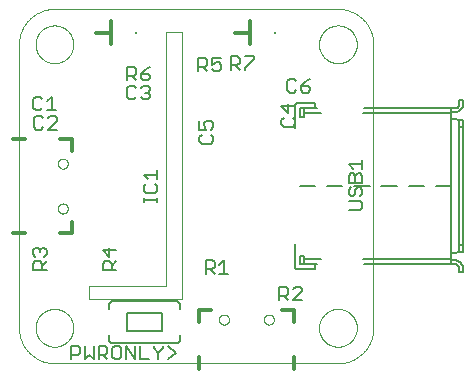
<source format=gto>
G75*
%MOIN*%
%OFA0B0*%
%FSLAX25Y25*%
%IPPOS*%
%LPD*%
%AMOC8*
5,1,8,0,0,1.08239X$1,22.5*
%
%ADD10C,0.00000*%
%ADD11C,0.00600*%
%ADD12C,0.00500*%
%ADD13R,0.00787X0.00787*%
%ADD14C,0.01200*%
%ADD15C,0.00800*%
D10*
X0054181Y0045967D02*
X0054181Y0140455D01*
X0059693Y0140455D02*
X0059695Y0140613D01*
X0059701Y0140771D01*
X0059711Y0140929D01*
X0059725Y0141087D01*
X0059743Y0141244D01*
X0059764Y0141401D01*
X0059790Y0141557D01*
X0059820Y0141713D01*
X0059853Y0141868D01*
X0059891Y0142021D01*
X0059932Y0142174D01*
X0059977Y0142326D01*
X0060026Y0142477D01*
X0060079Y0142626D01*
X0060135Y0142774D01*
X0060195Y0142920D01*
X0060259Y0143065D01*
X0060327Y0143208D01*
X0060398Y0143350D01*
X0060472Y0143490D01*
X0060550Y0143627D01*
X0060632Y0143763D01*
X0060716Y0143897D01*
X0060805Y0144028D01*
X0060896Y0144157D01*
X0060991Y0144284D01*
X0061088Y0144409D01*
X0061189Y0144531D01*
X0061293Y0144650D01*
X0061400Y0144767D01*
X0061510Y0144881D01*
X0061623Y0144992D01*
X0061738Y0145101D01*
X0061856Y0145206D01*
X0061977Y0145308D01*
X0062100Y0145408D01*
X0062226Y0145504D01*
X0062354Y0145597D01*
X0062484Y0145687D01*
X0062617Y0145773D01*
X0062752Y0145857D01*
X0062888Y0145936D01*
X0063027Y0146013D01*
X0063168Y0146085D01*
X0063310Y0146155D01*
X0063454Y0146220D01*
X0063600Y0146282D01*
X0063747Y0146340D01*
X0063896Y0146395D01*
X0064046Y0146446D01*
X0064197Y0146493D01*
X0064349Y0146536D01*
X0064502Y0146575D01*
X0064657Y0146611D01*
X0064812Y0146642D01*
X0064968Y0146670D01*
X0065124Y0146694D01*
X0065281Y0146714D01*
X0065439Y0146730D01*
X0065596Y0146742D01*
X0065755Y0146750D01*
X0065913Y0146754D01*
X0066071Y0146754D01*
X0066229Y0146750D01*
X0066388Y0146742D01*
X0066545Y0146730D01*
X0066703Y0146714D01*
X0066860Y0146694D01*
X0067016Y0146670D01*
X0067172Y0146642D01*
X0067327Y0146611D01*
X0067482Y0146575D01*
X0067635Y0146536D01*
X0067787Y0146493D01*
X0067938Y0146446D01*
X0068088Y0146395D01*
X0068237Y0146340D01*
X0068384Y0146282D01*
X0068530Y0146220D01*
X0068674Y0146155D01*
X0068816Y0146085D01*
X0068957Y0146013D01*
X0069096Y0145936D01*
X0069232Y0145857D01*
X0069367Y0145773D01*
X0069500Y0145687D01*
X0069630Y0145597D01*
X0069758Y0145504D01*
X0069884Y0145408D01*
X0070007Y0145308D01*
X0070128Y0145206D01*
X0070246Y0145101D01*
X0070361Y0144992D01*
X0070474Y0144881D01*
X0070584Y0144767D01*
X0070691Y0144650D01*
X0070795Y0144531D01*
X0070896Y0144409D01*
X0070993Y0144284D01*
X0071088Y0144157D01*
X0071179Y0144028D01*
X0071268Y0143897D01*
X0071352Y0143763D01*
X0071434Y0143627D01*
X0071512Y0143490D01*
X0071586Y0143350D01*
X0071657Y0143208D01*
X0071725Y0143065D01*
X0071789Y0142920D01*
X0071849Y0142774D01*
X0071905Y0142626D01*
X0071958Y0142477D01*
X0072007Y0142326D01*
X0072052Y0142174D01*
X0072093Y0142021D01*
X0072131Y0141868D01*
X0072164Y0141713D01*
X0072194Y0141557D01*
X0072220Y0141401D01*
X0072241Y0141244D01*
X0072259Y0141087D01*
X0072273Y0140929D01*
X0072283Y0140771D01*
X0072289Y0140613D01*
X0072291Y0140455D01*
X0072289Y0140297D01*
X0072283Y0140139D01*
X0072273Y0139981D01*
X0072259Y0139823D01*
X0072241Y0139666D01*
X0072220Y0139509D01*
X0072194Y0139353D01*
X0072164Y0139197D01*
X0072131Y0139042D01*
X0072093Y0138889D01*
X0072052Y0138736D01*
X0072007Y0138584D01*
X0071958Y0138433D01*
X0071905Y0138284D01*
X0071849Y0138136D01*
X0071789Y0137990D01*
X0071725Y0137845D01*
X0071657Y0137702D01*
X0071586Y0137560D01*
X0071512Y0137420D01*
X0071434Y0137283D01*
X0071352Y0137147D01*
X0071268Y0137013D01*
X0071179Y0136882D01*
X0071088Y0136753D01*
X0070993Y0136626D01*
X0070896Y0136501D01*
X0070795Y0136379D01*
X0070691Y0136260D01*
X0070584Y0136143D01*
X0070474Y0136029D01*
X0070361Y0135918D01*
X0070246Y0135809D01*
X0070128Y0135704D01*
X0070007Y0135602D01*
X0069884Y0135502D01*
X0069758Y0135406D01*
X0069630Y0135313D01*
X0069500Y0135223D01*
X0069367Y0135137D01*
X0069232Y0135053D01*
X0069096Y0134974D01*
X0068957Y0134897D01*
X0068816Y0134825D01*
X0068674Y0134755D01*
X0068530Y0134690D01*
X0068384Y0134628D01*
X0068237Y0134570D01*
X0068088Y0134515D01*
X0067938Y0134464D01*
X0067787Y0134417D01*
X0067635Y0134374D01*
X0067482Y0134335D01*
X0067327Y0134299D01*
X0067172Y0134268D01*
X0067016Y0134240D01*
X0066860Y0134216D01*
X0066703Y0134196D01*
X0066545Y0134180D01*
X0066388Y0134168D01*
X0066229Y0134160D01*
X0066071Y0134156D01*
X0065913Y0134156D01*
X0065755Y0134160D01*
X0065596Y0134168D01*
X0065439Y0134180D01*
X0065281Y0134196D01*
X0065124Y0134216D01*
X0064968Y0134240D01*
X0064812Y0134268D01*
X0064657Y0134299D01*
X0064502Y0134335D01*
X0064349Y0134374D01*
X0064197Y0134417D01*
X0064046Y0134464D01*
X0063896Y0134515D01*
X0063747Y0134570D01*
X0063600Y0134628D01*
X0063454Y0134690D01*
X0063310Y0134755D01*
X0063168Y0134825D01*
X0063027Y0134897D01*
X0062888Y0134974D01*
X0062752Y0135053D01*
X0062617Y0135137D01*
X0062484Y0135223D01*
X0062354Y0135313D01*
X0062226Y0135406D01*
X0062100Y0135502D01*
X0061977Y0135602D01*
X0061856Y0135704D01*
X0061738Y0135809D01*
X0061623Y0135918D01*
X0061510Y0136029D01*
X0061400Y0136143D01*
X0061293Y0136260D01*
X0061189Y0136379D01*
X0061088Y0136501D01*
X0060991Y0136626D01*
X0060896Y0136753D01*
X0060805Y0136882D01*
X0060716Y0137013D01*
X0060632Y0137147D01*
X0060550Y0137283D01*
X0060472Y0137420D01*
X0060398Y0137560D01*
X0060327Y0137702D01*
X0060259Y0137845D01*
X0060195Y0137990D01*
X0060135Y0138136D01*
X0060079Y0138284D01*
X0060026Y0138433D01*
X0059977Y0138584D01*
X0059932Y0138736D01*
X0059891Y0138889D01*
X0059853Y0139042D01*
X0059820Y0139197D01*
X0059790Y0139353D01*
X0059764Y0139509D01*
X0059743Y0139666D01*
X0059725Y0139823D01*
X0059711Y0139981D01*
X0059701Y0140139D01*
X0059695Y0140297D01*
X0059693Y0140455D01*
X0054181Y0140455D02*
X0054184Y0140740D01*
X0054195Y0141026D01*
X0054212Y0141311D01*
X0054236Y0141595D01*
X0054267Y0141879D01*
X0054305Y0142162D01*
X0054350Y0142443D01*
X0054401Y0142724D01*
X0054459Y0143004D01*
X0054524Y0143282D01*
X0054596Y0143558D01*
X0054674Y0143832D01*
X0054759Y0144105D01*
X0054851Y0144375D01*
X0054949Y0144643D01*
X0055053Y0144909D01*
X0055164Y0145172D01*
X0055281Y0145432D01*
X0055404Y0145690D01*
X0055534Y0145944D01*
X0055670Y0146195D01*
X0055811Y0146443D01*
X0055959Y0146687D01*
X0056112Y0146928D01*
X0056272Y0147164D01*
X0056437Y0147397D01*
X0056607Y0147626D01*
X0056783Y0147851D01*
X0056965Y0148071D01*
X0057151Y0148287D01*
X0057343Y0148498D01*
X0057540Y0148705D01*
X0057742Y0148907D01*
X0057949Y0149104D01*
X0058160Y0149296D01*
X0058376Y0149482D01*
X0058596Y0149664D01*
X0058821Y0149840D01*
X0059050Y0150010D01*
X0059283Y0150175D01*
X0059519Y0150335D01*
X0059760Y0150488D01*
X0060004Y0150636D01*
X0060252Y0150777D01*
X0060503Y0150913D01*
X0060757Y0151043D01*
X0061015Y0151166D01*
X0061275Y0151283D01*
X0061538Y0151394D01*
X0061804Y0151498D01*
X0062072Y0151596D01*
X0062342Y0151688D01*
X0062615Y0151773D01*
X0062889Y0151851D01*
X0063165Y0151923D01*
X0063443Y0151988D01*
X0063723Y0152046D01*
X0064004Y0152097D01*
X0064285Y0152142D01*
X0064568Y0152180D01*
X0064852Y0152211D01*
X0065136Y0152235D01*
X0065421Y0152252D01*
X0065707Y0152263D01*
X0065992Y0152266D01*
X0160480Y0152266D01*
X0154181Y0140455D02*
X0154183Y0140613D01*
X0154189Y0140771D01*
X0154199Y0140929D01*
X0154213Y0141087D01*
X0154231Y0141244D01*
X0154252Y0141401D01*
X0154278Y0141557D01*
X0154308Y0141713D01*
X0154341Y0141868D01*
X0154379Y0142021D01*
X0154420Y0142174D01*
X0154465Y0142326D01*
X0154514Y0142477D01*
X0154567Y0142626D01*
X0154623Y0142774D01*
X0154683Y0142920D01*
X0154747Y0143065D01*
X0154815Y0143208D01*
X0154886Y0143350D01*
X0154960Y0143490D01*
X0155038Y0143627D01*
X0155120Y0143763D01*
X0155204Y0143897D01*
X0155293Y0144028D01*
X0155384Y0144157D01*
X0155479Y0144284D01*
X0155576Y0144409D01*
X0155677Y0144531D01*
X0155781Y0144650D01*
X0155888Y0144767D01*
X0155998Y0144881D01*
X0156111Y0144992D01*
X0156226Y0145101D01*
X0156344Y0145206D01*
X0156465Y0145308D01*
X0156588Y0145408D01*
X0156714Y0145504D01*
X0156842Y0145597D01*
X0156972Y0145687D01*
X0157105Y0145773D01*
X0157240Y0145857D01*
X0157376Y0145936D01*
X0157515Y0146013D01*
X0157656Y0146085D01*
X0157798Y0146155D01*
X0157942Y0146220D01*
X0158088Y0146282D01*
X0158235Y0146340D01*
X0158384Y0146395D01*
X0158534Y0146446D01*
X0158685Y0146493D01*
X0158837Y0146536D01*
X0158990Y0146575D01*
X0159145Y0146611D01*
X0159300Y0146642D01*
X0159456Y0146670D01*
X0159612Y0146694D01*
X0159769Y0146714D01*
X0159927Y0146730D01*
X0160084Y0146742D01*
X0160243Y0146750D01*
X0160401Y0146754D01*
X0160559Y0146754D01*
X0160717Y0146750D01*
X0160876Y0146742D01*
X0161033Y0146730D01*
X0161191Y0146714D01*
X0161348Y0146694D01*
X0161504Y0146670D01*
X0161660Y0146642D01*
X0161815Y0146611D01*
X0161970Y0146575D01*
X0162123Y0146536D01*
X0162275Y0146493D01*
X0162426Y0146446D01*
X0162576Y0146395D01*
X0162725Y0146340D01*
X0162872Y0146282D01*
X0163018Y0146220D01*
X0163162Y0146155D01*
X0163304Y0146085D01*
X0163445Y0146013D01*
X0163584Y0145936D01*
X0163720Y0145857D01*
X0163855Y0145773D01*
X0163988Y0145687D01*
X0164118Y0145597D01*
X0164246Y0145504D01*
X0164372Y0145408D01*
X0164495Y0145308D01*
X0164616Y0145206D01*
X0164734Y0145101D01*
X0164849Y0144992D01*
X0164962Y0144881D01*
X0165072Y0144767D01*
X0165179Y0144650D01*
X0165283Y0144531D01*
X0165384Y0144409D01*
X0165481Y0144284D01*
X0165576Y0144157D01*
X0165667Y0144028D01*
X0165756Y0143897D01*
X0165840Y0143763D01*
X0165922Y0143627D01*
X0166000Y0143490D01*
X0166074Y0143350D01*
X0166145Y0143208D01*
X0166213Y0143065D01*
X0166277Y0142920D01*
X0166337Y0142774D01*
X0166393Y0142626D01*
X0166446Y0142477D01*
X0166495Y0142326D01*
X0166540Y0142174D01*
X0166581Y0142021D01*
X0166619Y0141868D01*
X0166652Y0141713D01*
X0166682Y0141557D01*
X0166708Y0141401D01*
X0166729Y0141244D01*
X0166747Y0141087D01*
X0166761Y0140929D01*
X0166771Y0140771D01*
X0166777Y0140613D01*
X0166779Y0140455D01*
X0166777Y0140297D01*
X0166771Y0140139D01*
X0166761Y0139981D01*
X0166747Y0139823D01*
X0166729Y0139666D01*
X0166708Y0139509D01*
X0166682Y0139353D01*
X0166652Y0139197D01*
X0166619Y0139042D01*
X0166581Y0138889D01*
X0166540Y0138736D01*
X0166495Y0138584D01*
X0166446Y0138433D01*
X0166393Y0138284D01*
X0166337Y0138136D01*
X0166277Y0137990D01*
X0166213Y0137845D01*
X0166145Y0137702D01*
X0166074Y0137560D01*
X0166000Y0137420D01*
X0165922Y0137283D01*
X0165840Y0137147D01*
X0165756Y0137013D01*
X0165667Y0136882D01*
X0165576Y0136753D01*
X0165481Y0136626D01*
X0165384Y0136501D01*
X0165283Y0136379D01*
X0165179Y0136260D01*
X0165072Y0136143D01*
X0164962Y0136029D01*
X0164849Y0135918D01*
X0164734Y0135809D01*
X0164616Y0135704D01*
X0164495Y0135602D01*
X0164372Y0135502D01*
X0164246Y0135406D01*
X0164118Y0135313D01*
X0163988Y0135223D01*
X0163855Y0135137D01*
X0163720Y0135053D01*
X0163584Y0134974D01*
X0163445Y0134897D01*
X0163304Y0134825D01*
X0163162Y0134755D01*
X0163018Y0134690D01*
X0162872Y0134628D01*
X0162725Y0134570D01*
X0162576Y0134515D01*
X0162426Y0134464D01*
X0162275Y0134417D01*
X0162123Y0134374D01*
X0161970Y0134335D01*
X0161815Y0134299D01*
X0161660Y0134268D01*
X0161504Y0134240D01*
X0161348Y0134216D01*
X0161191Y0134196D01*
X0161033Y0134180D01*
X0160876Y0134168D01*
X0160717Y0134160D01*
X0160559Y0134156D01*
X0160401Y0134156D01*
X0160243Y0134160D01*
X0160084Y0134168D01*
X0159927Y0134180D01*
X0159769Y0134196D01*
X0159612Y0134216D01*
X0159456Y0134240D01*
X0159300Y0134268D01*
X0159145Y0134299D01*
X0158990Y0134335D01*
X0158837Y0134374D01*
X0158685Y0134417D01*
X0158534Y0134464D01*
X0158384Y0134515D01*
X0158235Y0134570D01*
X0158088Y0134628D01*
X0157942Y0134690D01*
X0157798Y0134755D01*
X0157656Y0134825D01*
X0157515Y0134897D01*
X0157376Y0134974D01*
X0157240Y0135053D01*
X0157105Y0135137D01*
X0156972Y0135223D01*
X0156842Y0135313D01*
X0156714Y0135406D01*
X0156588Y0135502D01*
X0156465Y0135602D01*
X0156344Y0135704D01*
X0156226Y0135809D01*
X0156111Y0135918D01*
X0155998Y0136029D01*
X0155888Y0136143D01*
X0155781Y0136260D01*
X0155677Y0136379D01*
X0155576Y0136501D01*
X0155479Y0136626D01*
X0155384Y0136753D01*
X0155293Y0136882D01*
X0155204Y0137013D01*
X0155120Y0137147D01*
X0155038Y0137283D01*
X0154960Y0137420D01*
X0154886Y0137560D01*
X0154815Y0137702D01*
X0154747Y0137845D01*
X0154683Y0137990D01*
X0154623Y0138136D01*
X0154567Y0138284D01*
X0154514Y0138433D01*
X0154465Y0138584D01*
X0154420Y0138736D01*
X0154379Y0138889D01*
X0154341Y0139042D01*
X0154308Y0139197D01*
X0154278Y0139353D01*
X0154252Y0139509D01*
X0154231Y0139666D01*
X0154213Y0139823D01*
X0154199Y0139981D01*
X0154189Y0140139D01*
X0154183Y0140297D01*
X0154181Y0140455D01*
X0160480Y0152266D02*
X0160765Y0152263D01*
X0161051Y0152252D01*
X0161336Y0152235D01*
X0161620Y0152211D01*
X0161904Y0152180D01*
X0162187Y0152142D01*
X0162468Y0152097D01*
X0162749Y0152046D01*
X0163029Y0151988D01*
X0163307Y0151923D01*
X0163583Y0151851D01*
X0163857Y0151773D01*
X0164130Y0151688D01*
X0164400Y0151596D01*
X0164668Y0151498D01*
X0164934Y0151394D01*
X0165197Y0151283D01*
X0165457Y0151166D01*
X0165715Y0151043D01*
X0165969Y0150913D01*
X0166220Y0150777D01*
X0166468Y0150636D01*
X0166712Y0150488D01*
X0166953Y0150335D01*
X0167189Y0150175D01*
X0167422Y0150010D01*
X0167651Y0149840D01*
X0167876Y0149664D01*
X0168096Y0149482D01*
X0168312Y0149296D01*
X0168523Y0149104D01*
X0168730Y0148907D01*
X0168932Y0148705D01*
X0169129Y0148498D01*
X0169321Y0148287D01*
X0169507Y0148071D01*
X0169689Y0147851D01*
X0169865Y0147626D01*
X0170035Y0147397D01*
X0170200Y0147164D01*
X0170360Y0146928D01*
X0170513Y0146687D01*
X0170661Y0146443D01*
X0170802Y0146195D01*
X0170938Y0145944D01*
X0171068Y0145690D01*
X0171191Y0145432D01*
X0171308Y0145172D01*
X0171419Y0144909D01*
X0171523Y0144643D01*
X0171621Y0144375D01*
X0171713Y0144105D01*
X0171798Y0143832D01*
X0171876Y0143558D01*
X0171948Y0143282D01*
X0172013Y0143004D01*
X0172071Y0142724D01*
X0172122Y0142443D01*
X0172167Y0142162D01*
X0172205Y0141879D01*
X0172236Y0141595D01*
X0172260Y0141311D01*
X0172277Y0141026D01*
X0172288Y0140740D01*
X0172291Y0140455D01*
X0172291Y0045967D01*
X0154181Y0045967D02*
X0154183Y0046125D01*
X0154189Y0046283D01*
X0154199Y0046441D01*
X0154213Y0046599D01*
X0154231Y0046756D01*
X0154252Y0046913D01*
X0154278Y0047069D01*
X0154308Y0047225D01*
X0154341Y0047380D01*
X0154379Y0047533D01*
X0154420Y0047686D01*
X0154465Y0047838D01*
X0154514Y0047989D01*
X0154567Y0048138D01*
X0154623Y0048286D01*
X0154683Y0048432D01*
X0154747Y0048577D01*
X0154815Y0048720D01*
X0154886Y0048862D01*
X0154960Y0049002D01*
X0155038Y0049139D01*
X0155120Y0049275D01*
X0155204Y0049409D01*
X0155293Y0049540D01*
X0155384Y0049669D01*
X0155479Y0049796D01*
X0155576Y0049921D01*
X0155677Y0050043D01*
X0155781Y0050162D01*
X0155888Y0050279D01*
X0155998Y0050393D01*
X0156111Y0050504D01*
X0156226Y0050613D01*
X0156344Y0050718D01*
X0156465Y0050820D01*
X0156588Y0050920D01*
X0156714Y0051016D01*
X0156842Y0051109D01*
X0156972Y0051199D01*
X0157105Y0051285D01*
X0157240Y0051369D01*
X0157376Y0051448D01*
X0157515Y0051525D01*
X0157656Y0051597D01*
X0157798Y0051667D01*
X0157942Y0051732D01*
X0158088Y0051794D01*
X0158235Y0051852D01*
X0158384Y0051907D01*
X0158534Y0051958D01*
X0158685Y0052005D01*
X0158837Y0052048D01*
X0158990Y0052087D01*
X0159145Y0052123D01*
X0159300Y0052154D01*
X0159456Y0052182D01*
X0159612Y0052206D01*
X0159769Y0052226D01*
X0159927Y0052242D01*
X0160084Y0052254D01*
X0160243Y0052262D01*
X0160401Y0052266D01*
X0160559Y0052266D01*
X0160717Y0052262D01*
X0160876Y0052254D01*
X0161033Y0052242D01*
X0161191Y0052226D01*
X0161348Y0052206D01*
X0161504Y0052182D01*
X0161660Y0052154D01*
X0161815Y0052123D01*
X0161970Y0052087D01*
X0162123Y0052048D01*
X0162275Y0052005D01*
X0162426Y0051958D01*
X0162576Y0051907D01*
X0162725Y0051852D01*
X0162872Y0051794D01*
X0163018Y0051732D01*
X0163162Y0051667D01*
X0163304Y0051597D01*
X0163445Y0051525D01*
X0163584Y0051448D01*
X0163720Y0051369D01*
X0163855Y0051285D01*
X0163988Y0051199D01*
X0164118Y0051109D01*
X0164246Y0051016D01*
X0164372Y0050920D01*
X0164495Y0050820D01*
X0164616Y0050718D01*
X0164734Y0050613D01*
X0164849Y0050504D01*
X0164962Y0050393D01*
X0165072Y0050279D01*
X0165179Y0050162D01*
X0165283Y0050043D01*
X0165384Y0049921D01*
X0165481Y0049796D01*
X0165576Y0049669D01*
X0165667Y0049540D01*
X0165756Y0049409D01*
X0165840Y0049275D01*
X0165922Y0049139D01*
X0166000Y0049002D01*
X0166074Y0048862D01*
X0166145Y0048720D01*
X0166213Y0048577D01*
X0166277Y0048432D01*
X0166337Y0048286D01*
X0166393Y0048138D01*
X0166446Y0047989D01*
X0166495Y0047838D01*
X0166540Y0047686D01*
X0166581Y0047533D01*
X0166619Y0047380D01*
X0166652Y0047225D01*
X0166682Y0047069D01*
X0166708Y0046913D01*
X0166729Y0046756D01*
X0166747Y0046599D01*
X0166761Y0046441D01*
X0166771Y0046283D01*
X0166777Y0046125D01*
X0166779Y0045967D01*
X0166777Y0045809D01*
X0166771Y0045651D01*
X0166761Y0045493D01*
X0166747Y0045335D01*
X0166729Y0045178D01*
X0166708Y0045021D01*
X0166682Y0044865D01*
X0166652Y0044709D01*
X0166619Y0044554D01*
X0166581Y0044401D01*
X0166540Y0044248D01*
X0166495Y0044096D01*
X0166446Y0043945D01*
X0166393Y0043796D01*
X0166337Y0043648D01*
X0166277Y0043502D01*
X0166213Y0043357D01*
X0166145Y0043214D01*
X0166074Y0043072D01*
X0166000Y0042932D01*
X0165922Y0042795D01*
X0165840Y0042659D01*
X0165756Y0042525D01*
X0165667Y0042394D01*
X0165576Y0042265D01*
X0165481Y0042138D01*
X0165384Y0042013D01*
X0165283Y0041891D01*
X0165179Y0041772D01*
X0165072Y0041655D01*
X0164962Y0041541D01*
X0164849Y0041430D01*
X0164734Y0041321D01*
X0164616Y0041216D01*
X0164495Y0041114D01*
X0164372Y0041014D01*
X0164246Y0040918D01*
X0164118Y0040825D01*
X0163988Y0040735D01*
X0163855Y0040649D01*
X0163720Y0040565D01*
X0163584Y0040486D01*
X0163445Y0040409D01*
X0163304Y0040337D01*
X0163162Y0040267D01*
X0163018Y0040202D01*
X0162872Y0040140D01*
X0162725Y0040082D01*
X0162576Y0040027D01*
X0162426Y0039976D01*
X0162275Y0039929D01*
X0162123Y0039886D01*
X0161970Y0039847D01*
X0161815Y0039811D01*
X0161660Y0039780D01*
X0161504Y0039752D01*
X0161348Y0039728D01*
X0161191Y0039708D01*
X0161033Y0039692D01*
X0160876Y0039680D01*
X0160717Y0039672D01*
X0160559Y0039668D01*
X0160401Y0039668D01*
X0160243Y0039672D01*
X0160084Y0039680D01*
X0159927Y0039692D01*
X0159769Y0039708D01*
X0159612Y0039728D01*
X0159456Y0039752D01*
X0159300Y0039780D01*
X0159145Y0039811D01*
X0158990Y0039847D01*
X0158837Y0039886D01*
X0158685Y0039929D01*
X0158534Y0039976D01*
X0158384Y0040027D01*
X0158235Y0040082D01*
X0158088Y0040140D01*
X0157942Y0040202D01*
X0157798Y0040267D01*
X0157656Y0040337D01*
X0157515Y0040409D01*
X0157376Y0040486D01*
X0157240Y0040565D01*
X0157105Y0040649D01*
X0156972Y0040735D01*
X0156842Y0040825D01*
X0156714Y0040918D01*
X0156588Y0041014D01*
X0156465Y0041114D01*
X0156344Y0041216D01*
X0156226Y0041321D01*
X0156111Y0041430D01*
X0155998Y0041541D01*
X0155888Y0041655D01*
X0155781Y0041772D01*
X0155677Y0041891D01*
X0155576Y0042013D01*
X0155479Y0042138D01*
X0155384Y0042265D01*
X0155293Y0042394D01*
X0155204Y0042525D01*
X0155120Y0042659D01*
X0155038Y0042795D01*
X0154960Y0042932D01*
X0154886Y0043072D01*
X0154815Y0043214D01*
X0154747Y0043357D01*
X0154683Y0043502D01*
X0154623Y0043648D01*
X0154567Y0043796D01*
X0154514Y0043945D01*
X0154465Y0044096D01*
X0154420Y0044248D01*
X0154379Y0044401D01*
X0154341Y0044554D01*
X0154308Y0044709D01*
X0154278Y0044865D01*
X0154252Y0045021D01*
X0154231Y0045178D01*
X0154213Y0045335D01*
X0154199Y0045493D01*
X0154189Y0045651D01*
X0154183Y0045809D01*
X0154181Y0045967D01*
X0160480Y0034156D02*
X0160765Y0034159D01*
X0161051Y0034170D01*
X0161336Y0034187D01*
X0161620Y0034211D01*
X0161904Y0034242D01*
X0162187Y0034280D01*
X0162468Y0034325D01*
X0162749Y0034376D01*
X0163029Y0034434D01*
X0163307Y0034499D01*
X0163583Y0034571D01*
X0163857Y0034649D01*
X0164130Y0034734D01*
X0164400Y0034826D01*
X0164668Y0034924D01*
X0164934Y0035028D01*
X0165197Y0035139D01*
X0165457Y0035256D01*
X0165715Y0035379D01*
X0165969Y0035509D01*
X0166220Y0035645D01*
X0166468Y0035786D01*
X0166712Y0035934D01*
X0166953Y0036087D01*
X0167189Y0036247D01*
X0167422Y0036412D01*
X0167651Y0036582D01*
X0167876Y0036758D01*
X0168096Y0036940D01*
X0168312Y0037126D01*
X0168523Y0037318D01*
X0168730Y0037515D01*
X0168932Y0037717D01*
X0169129Y0037924D01*
X0169321Y0038135D01*
X0169507Y0038351D01*
X0169689Y0038571D01*
X0169865Y0038796D01*
X0170035Y0039025D01*
X0170200Y0039258D01*
X0170360Y0039494D01*
X0170513Y0039735D01*
X0170661Y0039979D01*
X0170802Y0040227D01*
X0170938Y0040478D01*
X0171068Y0040732D01*
X0171191Y0040990D01*
X0171308Y0041250D01*
X0171419Y0041513D01*
X0171523Y0041779D01*
X0171621Y0042047D01*
X0171713Y0042317D01*
X0171798Y0042590D01*
X0171876Y0042864D01*
X0171948Y0043140D01*
X0172013Y0043418D01*
X0172071Y0043698D01*
X0172122Y0043979D01*
X0172167Y0044260D01*
X0172205Y0044543D01*
X0172236Y0044827D01*
X0172260Y0045111D01*
X0172277Y0045396D01*
X0172288Y0045682D01*
X0172291Y0045967D01*
X0160480Y0034156D02*
X0065992Y0034156D01*
X0059693Y0045967D02*
X0059695Y0046125D01*
X0059701Y0046283D01*
X0059711Y0046441D01*
X0059725Y0046599D01*
X0059743Y0046756D01*
X0059764Y0046913D01*
X0059790Y0047069D01*
X0059820Y0047225D01*
X0059853Y0047380D01*
X0059891Y0047533D01*
X0059932Y0047686D01*
X0059977Y0047838D01*
X0060026Y0047989D01*
X0060079Y0048138D01*
X0060135Y0048286D01*
X0060195Y0048432D01*
X0060259Y0048577D01*
X0060327Y0048720D01*
X0060398Y0048862D01*
X0060472Y0049002D01*
X0060550Y0049139D01*
X0060632Y0049275D01*
X0060716Y0049409D01*
X0060805Y0049540D01*
X0060896Y0049669D01*
X0060991Y0049796D01*
X0061088Y0049921D01*
X0061189Y0050043D01*
X0061293Y0050162D01*
X0061400Y0050279D01*
X0061510Y0050393D01*
X0061623Y0050504D01*
X0061738Y0050613D01*
X0061856Y0050718D01*
X0061977Y0050820D01*
X0062100Y0050920D01*
X0062226Y0051016D01*
X0062354Y0051109D01*
X0062484Y0051199D01*
X0062617Y0051285D01*
X0062752Y0051369D01*
X0062888Y0051448D01*
X0063027Y0051525D01*
X0063168Y0051597D01*
X0063310Y0051667D01*
X0063454Y0051732D01*
X0063600Y0051794D01*
X0063747Y0051852D01*
X0063896Y0051907D01*
X0064046Y0051958D01*
X0064197Y0052005D01*
X0064349Y0052048D01*
X0064502Y0052087D01*
X0064657Y0052123D01*
X0064812Y0052154D01*
X0064968Y0052182D01*
X0065124Y0052206D01*
X0065281Y0052226D01*
X0065439Y0052242D01*
X0065596Y0052254D01*
X0065755Y0052262D01*
X0065913Y0052266D01*
X0066071Y0052266D01*
X0066229Y0052262D01*
X0066388Y0052254D01*
X0066545Y0052242D01*
X0066703Y0052226D01*
X0066860Y0052206D01*
X0067016Y0052182D01*
X0067172Y0052154D01*
X0067327Y0052123D01*
X0067482Y0052087D01*
X0067635Y0052048D01*
X0067787Y0052005D01*
X0067938Y0051958D01*
X0068088Y0051907D01*
X0068237Y0051852D01*
X0068384Y0051794D01*
X0068530Y0051732D01*
X0068674Y0051667D01*
X0068816Y0051597D01*
X0068957Y0051525D01*
X0069096Y0051448D01*
X0069232Y0051369D01*
X0069367Y0051285D01*
X0069500Y0051199D01*
X0069630Y0051109D01*
X0069758Y0051016D01*
X0069884Y0050920D01*
X0070007Y0050820D01*
X0070128Y0050718D01*
X0070246Y0050613D01*
X0070361Y0050504D01*
X0070474Y0050393D01*
X0070584Y0050279D01*
X0070691Y0050162D01*
X0070795Y0050043D01*
X0070896Y0049921D01*
X0070993Y0049796D01*
X0071088Y0049669D01*
X0071179Y0049540D01*
X0071268Y0049409D01*
X0071352Y0049275D01*
X0071434Y0049139D01*
X0071512Y0049002D01*
X0071586Y0048862D01*
X0071657Y0048720D01*
X0071725Y0048577D01*
X0071789Y0048432D01*
X0071849Y0048286D01*
X0071905Y0048138D01*
X0071958Y0047989D01*
X0072007Y0047838D01*
X0072052Y0047686D01*
X0072093Y0047533D01*
X0072131Y0047380D01*
X0072164Y0047225D01*
X0072194Y0047069D01*
X0072220Y0046913D01*
X0072241Y0046756D01*
X0072259Y0046599D01*
X0072273Y0046441D01*
X0072283Y0046283D01*
X0072289Y0046125D01*
X0072291Y0045967D01*
X0072289Y0045809D01*
X0072283Y0045651D01*
X0072273Y0045493D01*
X0072259Y0045335D01*
X0072241Y0045178D01*
X0072220Y0045021D01*
X0072194Y0044865D01*
X0072164Y0044709D01*
X0072131Y0044554D01*
X0072093Y0044401D01*
X0072052Y0044248D01*
X0072007Y0044096D01*
X0071958Y0043945D01*
X0071905Y0043796D01*
X0071849Y0043648D01*
X0071789Y0043502D01*
X0071725Y0043357D01*
X0071657Y0043214D01*
X0071586Y0043072D01*
X0071512Y0042932D01*
X0071434Y0042795D01*
X0071352Y0042659D01*
X0071268Y0042525D01*
X0071179Y0042394D01*
X0071088Y0042265D01*
X0070993Y0042138D01*
X0070896Y0042013D01*
X0070795Y0041891D01*
X0070691Y0041772D01*
X0070584Y0041655D01*
X0070474Y0041541D01*
X0070361Y0041430D01*
X0070246Y0041321D01*
X0070128Y0041216D01*
X0070007Y0041114D01*
X0069884Y0041014D01*
X0069758Y0040918D01*
X0069630Y0040825D01*
X0069500Y0040735D01*
X0069367Y0040649D01*
X0069232Y0040565D01*
X0069096Y0040486D01*
X0068957Y0040409D01*
X0068816Y0040337D01*
X0068674Y0040267D01*
X0068530Y0040202D01*
X0068384Y0040140D01*
X0068237Y0040082D01*
X0068088Y0040027D01*
X0067938Y0039976D01*
X0067787Y0039929D01*
X0067635Y0039886D01*
X0067482Y0039847D01*
X0067327Y0039811D01*
X0067172Y0039780D01*
X0067016Y0039752D01*
X0066860Y0039728D01*
X0066703Y0039708D01*
X0066545Y0039692D01*
X0066388Y0039680D01*
X0066229Y0039672D01*
X0066071Y0039668D01*
X0065913Y0039668D01*
X0065755Y0039672D01*
X0065596Y0039680D01*
X0065439Y0039692D01*
X0065281Y0039708D01*
X0065124Y0039728D01*
X0064968Y0039752D01*
X0064812Y0039780D01*
X0064657Y0039811D01*
X0064502Y0039847D01*
X0064349Y0039886D01*
X0064197Y0039929D01*
X0064046Y0039976D01*
X0063896Y0040027D01*
X0063747Y0040082D01*
X0063600Y0040140D01*
X0063454Y0040202D01*
X0063310Y0040267D01*
X0063168Y0040337D01*
X0063027Y0040409D01*
X0062888Y0040486D01*
X0062752Y0040565D01*
X0062617Y0040649D01*
X0062484Y0040735D01*
X0062354Y0040825D01*
X0062226Y0040918D01*
X0062100Y0041014D01*
X0061977Y0041114D01*
X0061856Y0041216D01*
X0061738Y0041321D01*
X0061623Y0041430D01*
X0061510Y0041541D01*
X0061400Y0041655D01*
X0061293Y0041772D01*
X0061189Y0041891D01*
X0061088Y0042013D01*
X0060991Y0042138D01*
X0060896Y0042265D01*
X0060805Y0042394D01*
X0060716Y0042525D01*
X0060632Y0042659D01*
X0060550Y0042795D01*
X0060472Y0042932D01*
X0060398Y0043072D01*
X0060327Y0043214D01*
X0060259Y0043357D01*
X0060195Y0043502D01*
X0060135Y0043648D01*
X0060079Y0043796D01*
X0060026Y0043945D01*
X0059977Y0044096D01*
X0059932Y0044248D01*
X0059891Y0044401D01*
X0059853Y0044554D01*
X0059820Y0044709D01*
X0059790Y0044865D01*
X0059764Y0045021D01*
X0059743Y0045178D01*
X0059725Y0045335D01*
X0059711Y0045493D01*
X0059701Y0045651D01*
X0059695Y0045809D01*
X0059693Y0045967D01*
X0054181Y0045967D02*
X0054184Y0045682D01*
X0054195Y0045396D01*
X0054212Y0045111D01*
X0054236Y0044827D01*
X0054267Y0044543D01*
X0054305Y0044260D01*
X0054350Y0043979D01*
X0054401Y0043698D01*
X0054459Y0043418D01*
X0054524Y0043140D01*
X0054596Y0042864D01*
X0054674Y0042590D01*
X0054759Y0042317D01*
X0054851Y0042047D01*
X0054949Y0041779D01*
X0055053Y0041513D01*
X0055164Y0041250D01*
X0055281Y0040990D01*
X0055404Y0040732D01*
X0055534Y0040478D01*
X0055670Y0040227D01*
X0055811Y0039979D01*
X0055959Y0039735D01*
X0056112Y0039494D01*
X0056272Y0039258D01*
X0056437Y0039025D01*
X0056607Y0038796D01*
X0056783Y0038571D01*
X0056965Y0038351D01*
X0057151Y0038135D01*
X0057343Y0037924D01*
X0057540Y0037717D01*
X0057742Y0037515D01*
X0057949Y0037318D01*
X0058160Y0037126D01*
X0058376Y0036940D01*
X0058596Y0036758D01*
X0058821Y0036582D01*
X0059050Y0036412D01*
X0059283Y0036247D01*
X0059519Y0036087D01*
X0059760Y0035934D01*
X0060004Y0035786D01*
X0060252Y0035645D01*
X0060503Y0035509D01*
X0060757Y0035379D01*
X0061015Y0035256D01*
X0061275Y0035139D01*
X0061538Y0035028D01*
X0061804Y0034924D01*
X0062072Y0034826D01*
X0062342Y0034734D01*
X0062615Y0034649D01*
X0062889Y0034571D01*
X0063165Y0034499D01*
X0063443Y0034434D01*
X0063723Y0034376D01*
X0064004Y0034325D01*
X0064285Y0034280D01*
X0064568Y0034242D01*
X0064852Y0034211D01*
X0065136Y0034187D01*
X0065421Y0034170D01*
X0065707Y0034159D01*
X0065992Y0034156D01*
X0077409Y0055416D02*
X0077409Y0059944D01*
X0103197Y0059944D01*
X0103197Y0144589D01*
X0108512Y0144589D01*
X0108512Y0055416D01*
X0103197Y0055416D01*
X0077409Y0055416D01*
X0067075Y0085731D02*
X0067077Y0085812D01*
X0067083Y0085894D01*
X0067093Y0085975D01*
X0067107Y0086055D01*
X0067124Y0086134D01*
X0067146Y0086213D01*
X0067171Y0086290D01*
X0067200Y0086367D01*
X0067233Y0086441D01*
X0067270Y0086514D01*
X0067309Y0086585D01*
X0067353Y0086654D01*
X0067399Y0086721D01*
X0067449Y0086785D01*
X0067502Y0086847D01*
X0067558Y0086907D01*
X0067616Y0086963D01*
X0067678Y0087017D01*
X0067742Y0087068D01*
X0067808Y0087115D01*
X0067876Y0087159D01*
X0067947Y0087200D01*
X0068019Y0087237D01*
X0068094Y0087271D01*
X0068169Y0087301D01*
X0068247Y0087327D01*
X0068325Y0087350D01*
X0068404Y0087368D01*
X0068484Y0087383D01*
X0068565Y0087394D01*
X0068646Y0087401D01*
X0068728Y0087404D01*
X0068809Y0087403D01*
X0068890Y0087398D01*
X0068971Y0087389D01*
X0069052Y0087376D01*
X0069132Y0087359D01*
X0069210Y0087339D01*
X0069288Y0087314D01*
X0069365Y0087286D01*
X0069440Y0087254D01*
X0069513Y0087219D01*
X0069584Y0087180D01*
X0069654Y0087137D01*
X0069721Y0087092D01*
X0069787Y0087043D01*
X0069849Y0086991D01*
X0069909Y0086935D01*
X0069966Y0086877D01*
X0070021Y0086817D01*
X0070072Y0086753D01*
X0070120Y0086688D01*
X0070165Y0086620D01*
X0070207Y0086550D01*
X0070245Y0086478D01*
X0070280Y0086404D01*
X0070311Y0086329D01*
X0070338Y0086252D01*
X0070361Y0086174D01*
X0070381Y0086095D01*
X0070397Y0086015D01*
X0070409Y0085934D01*
X0070417Y0085853D01*
X0070421Y0085772D01*
X0070421Y0085690D01*
X0070417Y0085609D01*
X0070409Y0085528D01*
X0070397Y0085447D01*
X0070381Y0085367D01*
X0070361Y0085288D01*
X0070338Y0085210D01*
X0070311Y0085133D01*
X0070280Y0085058D01*
X0070245Y0084984D01*
X0070207Y0084912D01*
X0070165Y0084842D01*
X0070120Y0084774D01*
X0070072Y0084709D01*
X0070021Y0084645D01*
X0069966Y0084585D01*
X0069909Y0084527D01*
X0069849Y0084471D01*
X0069787Y0084419D01*
X0069721Y0084370D01*
X0069654Y0084325D01*
X0069585Y0084282D01*
X0069513Y0084243D01*
X0069440Y0084208D01*
X0069365Y0084176D01*
X0069288Y0084148D01*
X0069210Y0084123D01*
X0069132Y0084103D01*
X0069052Y0084086D01*
X0068971Y0084073D01*
X0068890Y0084064D01*
X0068809Y0084059D01*
X0068728Y0084058D01*
X0068646Y0084061D01*
X0068565Y0084068D01*
X0068484Y0084079D01*
X0068404Y0084094D01*
X0068325Y0084112D01*
X0068247Y0084135D01*
X0068169Y0084161D01*
X0068094Y0084191D01*
X0068019Y0084225D01*
X0067947Y0084262D01*
X0067876Y0084303D01*
X0067808Y0084347D01*
X0067742Y0084394D01*
X0067678Y0084445D01*
X0067616Y0084499D01*
X0067558Y0084555D01*
X0067502Y0084615D01*
X0067449Y0084677D01*
X0067399Y0084741D01*
X0067353Y0084808D01*
X0067309Y0084877D01*
X0067270Y0084948D01*
X0067233Y0085021D01*
X0067200Y0085095D01*
X0067171Y0085172D01*
X0067146Y0085249D01*
X0067124Y0085328D01*
X0067107Y0085407D01*
X0067093Y0085487D01*
X0067083Y0085568D01*
X0067077Y0085650D01*
X0067075Y0085731D01*
X0067075Y0100692D02*
X0067077Y0100773D01*
X0067083Y0100855D01*
X0067093Y0100936D01*
X0067107Y0101016D01*
X0067124Y0101095D01*
X0067146Y0101174D01*
X0067171Y0101251D01*
X0067200Y0101328D01*
X0067233Y0101402D01*
X0067270Y0101475D01*
X0067309Y0101546D01*
X0067353Y0101615D01*
X0067399Y0101682D01*
X0067449Y0101746D01*
X0067502Y0101808D01*
X0067558Y0101868D01*
X0067616Y0101924D01*
X0067678Y0101978D01*
X0067742Y0102029D01*
X0067808Y0102076D01*
X0067876Y0102120D01*
X0067947Y0102161D01*
X0068019Y0102198D01*
X0068094Y0102232D01*
X0068169Y0102262D01*
X0068247Y0102288D01*
X0068325Y0102311D01*
X0068404Y0102329D01*
X0068484Y0102344D01*
X0068565Y0102355D01*
X0068646Y0102362D01*
X0068728Y0102365D01*
X0068809Y0102364D01*
X0068890Y0102359D01*
X0068971Y0102350D01*
X0069052Y0102337D01*
X0069132Y0102320D01*
X0069210Y0102300D01*
X0069288Y0102275D01*
X0069365Y0102247D01*
X0069440Y0102215D01*
X0069513Y0102180D01*
X0069584Y0102141D01*
X0069654Y0102098D01*
X0069721Y0102053D01*
X0069787Y0102004D01*
X0069849Y0101952D01*
X0069909Y0101896D01*
X0069966Y0101838D01*
X0070021Y0101778D01*
X0070072Y0101714D01*
X0070120Y0101649D01*
X0070165Y0101581D01*
X0070207Y0101511D01*
X0070245Y0101439D01*
X0070280Y0101365D01*
X0070311Y0101290D01*
X0070338Y0101213D01*
X0070361Y0101135D01*
X0070381Y0101056D01*
X0070397Y0100976D01*
X0070409Y0100895D01*
X0070417Y0100814D01*
X0070421Y0100733D01*
X0070421Y0100651D01*
X0070417Y0100570D01*
X0070409Y0100489D01*
X0070397Y0100408D01*
X0070381Y0100328D01*
X0070361Y0100249D01*
X0070338Y0100171D01*
X0070311Y0100094D01*
X0070280Y0100019D01*
X0070245Y0099945D01*
X0070207Y0099873D01*
X0070165Y0099803D01*
X0070120Y0099735D01*
X0070072Y0099670D01*
X0070021Y0099606D01*
X0069966Y0099546D01*
X0069909Y0099488D01*
X0069849Y0099432D01*
X0069787Y0099380D01*
X0069721Y0099331D01*
X0069654Y0099286D01*
X0069585Y0099243D01*
X0069513Y0099204D01*
X0069440Y0099169D01*
X0069365Y0099137D01*
X0069288Y0099109D01*
X0069210Y0099084D01*
X0069132Y0099064D01*
X0069052Y0099047D01*
X0068971Y0099034D01*
X0068890Y0099025D01*
X0068809Y0099020D01*
X0068728Y0099019D01*
X0068646Y0099022D01*
X0068565Y0099029D01*
X0068484Y0099040D01*
X0068404Y0099055D01*
X0068325Y0099073D01*
X0068247Y0099096D01*
X0068169Y0099122D01*
X0068094Y0099152D01*
X0068019Y0099186D01*
X0067947Y0099223D01*
X0067876Y0099264D01*
X0067808Y0099308D01*
X0067742Y0099355D01*
X0067678Y0099406D01*
X0067616Y0099460D01*
X0067558Y0099516D01*
X0067502Y0099576D01*
X0067449Y0099638D01*
X0067399Y0099702D01*
X0067353Y0099769D01*
X0067309Y0099838D01*
X0067270Y0099909D01*
X0067233Y0099982D01*
X0067200Y0100056D01*
X0067171Y0100133D01*
X0067146Y0100210D01*
X0067124Y0100289D01*
X0067107Y0100368D01*
X0067093Y0100448D01*
X0067083Y0100529D01*
X0067077Y0100611D01*
X0067075Y0100692D01*
X0120815Y0048723D02*
X0120817Y0048804D01*
X0120823Y0048886D01*
X0120833Y0048967D01*
X0120847Y0049047D01*
X0120864Y0049126D01*
X0120886Y0049205D01*
X0120911Y0049282D01*
X0120940Y0049359D01*
X0120973Y0049433D01*
X0121010Y0049506D01*
X0121049Y0049577D01*
X0121093Y0049646D01*
X0121139Y0049713D01*
X0121189Y0049777D01*
X0121242Y0049839D01*
X0121298Y0049899D01*
X0121356Y0049955D01*
X0121418Y0050009D01*
X0121482Y0050060D01*
X0121548Y0050107D01*
X0121616Y0050151D01*
X0121687Y0050192D01*
X0121759Y0050229D01*
X0121834Y0050263D01*
X0121909Y0050293D01*
X0121987Y0050319D01*
X0122065Y0050342D01*
X0122144Y0050360D01*
X0122224Y0050375D01*
X0122305Y0050386D01*
X0122386Y0050393D01*
X0122468Y0050396D01*
X0122549Y0050395D01*
X0122630Y0050390D01*
X0122711Y0050381D01*
X0122792Y0050368D01*
X0122872Y0050351D01*
X0122950Y0050331D01*
X0123028Y0050306D01*
X0123105Y0050278D01*
X0123180Y0050246D01*
X0123253Y0050211D01*
X0123324Y0050172D01*
X0123394Y0050129D01*
X0123461Y0050084D01*
X0123527Y0050035D01*
X0123589Y0049983D01*
X0123649Y0049927D01*
X0123706Y0049869D01*
X0123761Y0049809D01*
X0123812Y0049745D01*
X0123860Y0049680D01*
X0123905Y0049612D01*
X0123947Y0049542D01*
X0123985Y0049470D01*
X0124020Y0049396D01*
X0124051Y0049321D01*
X0124078Y0049244D01*
X0124101Y0049166D01*
X0124121Y0049087D01*
X0124137Y0049007D01*
X0124149Y0048926D01*
X0124157Y0048845D01*
X0124161Y0048764D01*
X0124161Y0048682D01*
X0124157Y0048601D01*
X0124149Y0048520D01*
X0124137Y0048439D01*
X0124121Y0048359D01*
X0124101Y0048280D01*
X0124078Y0048202D01*
X0124051Y0048125D01*
X0124020Y0048050D01*
X0123985Y0047976D01*
X0123947Y0047904D01*
X0123905Y0047834D01*
X0123860Y0047766D01*
X0123812Y0047701D01*
X0123761Y0047637D01*
X0123706Y0047577D01*
X0123649Y0047519D01*
X0123589Y0047463D01*
X0123527Y0047411D01*
X0123461Y0047362D01*
X0123394Y0047317D01*
X0123325Y0047274D01*
X0123253Y0047235D01*
X0123180Y0047200D01*
X0123105Y0047168D01*
X0123028Y0047140D01*
X0122950Y0047115D01*
X0122872Y0047095D01*
X0122792Y0047078D01*
X0122711Y0047065D01*
X0122630Y0047056D01*
X0122549Y0047051D01*
X0122468Y0047050D01*
X0122386Y0047053D01*
X0122305Y0047060D01*
X0122224Y0047071D01*
X0122144Y0047086D01*
X0122065Y0047104D01*
X0121987Y0047127D01*
X0121909Y0047153D01*
X0121834Y0047183D01*
X0121759Y0047217D01*
X0121687Y0047254D01*
X0121616Y0047295D01*
X0121548Y0047339D01*
X0121482Y0047386D01*
X0121418Y0047437D01*
X0121356Y0047491D01*
X0121298Y0047547D01*
X0121242Y0047607D01*
X0121189Y0047669D01*
X0121139Y0047733D01*
X0121093Y0047800D01*
X0121049Y0047869D01*
X0121010Y0047940D01*
X0120973Y0048013D01*
X0120940Y0048087D01*
X0120911Y0048164D01*
X0120886Y0048241D01*
X0120864Y0048320D01*
X0120847Y0048399D01*
X0120833Y0048479D01*
X0120823Y0048560D01*
X0120817Y0048642D01*
X0120815Y0048723D01*
X0135776Y0048723D02*
X0135778Y0048804D01*
X0135784Y0048886D01*
X0135794Y0048967D01*
X0135808Y0049047D01*
X0135825Y0049126D01*
X0135847Y0049205D01*
X0135872Y0049282D01*
X0135901Y0049359D01*
X0135934Y0049433D01*
X0135971Y0049506D01*
X0136010Y0049577D01*
X0136054Y0049646D01*
X0136100Y0049713D01*
X0136150Y0049777D01*
X0136203Y0049839D01*
X0136259Y0049899D01*
X0136317Y0049955D01*
X0136379Y0050009D01*
X0136443Y0050060D01*
X0136509Y0050107D01*
X0136577Y0050151D01*
X0136648Y0050192D01*
X0136720Y0050229D01*
X0136795Y0050263D01*
X0136870Y0050293D01*
X0136948Y0050319D01*
X0137026Y0050342D01*
X0137105Y0050360D01*
X0137185Y0050375D01*
X0137266Y0050386D01*
X0137347Y0050393D01*
X0137429Y0050396D01*
X0137510Y0050395D01*
X0137591Y0050390D01*
X0137672Y0050381D01*
X0137753Y0050368D01*
X0137833Y0050351D01*
X0137911Y0050331D01*
X0137989Y0050306D01*
X0138066Y0050278D01*
X0138141Y0050246D01*
X0138214Y0050211D01*
X0138285Y0050172D01*
X0138355Y0050129D01*
X0138422Y0050084D01*
X0138488Y0050035D01*
X0138550Y0049983D01*
X0138610Y0049927D01*
X0138667Y0049869D01*
X0138722Y0049809D01*
X0138773Y0049745D01*
X0138821Y0049680D01*
X0138866Y0049612D01*
X0138908Y0049542D01*
X0138946Y0049470D01*
X0138981Y0049396D01*
X0139012Y0049321D01*
X0139039Y0049244D01*
X0139062Y0049166D01*
X0139082Y0049087D01*
X0139098Y0049007D01*
X0139110Y0048926D01*
X0139118Y0048845D01*
X0139122Y0048764D01*
X0139122Y0048682D01*
X0139118Y0048601D01*
X0139110Y0048520D01*
X0139098Y0048439D01*
X0139082Y0048359D01*
X0139062Y0048280D01*
X0139039Y0048202D01*
X0139012Y0048125D01*
X0138981Y0048050D01*
X0138946Y0047976D01*
X0138908Y0047904D01*
X0138866Y0047834D01*
X0138821Y0047766D01*
X0138773Y0047701D01*
X0138722Y0047637D01*
X0138667Y0047577D01*
X0138610Y0047519D01*
X0138550Y0047463D01*
X0138488Y0047411D01*
X0138422Y0047362D01*
X0138355Y0047317D01*
X0138286Y0047274D01*
X0138214Y0047235D01*
X0138141Y0047200D01*
X0138066Y0047168D01*
X0137989Y0047140D01*
X0137911Y0047115D01*
X0137833Y0047095D01*
X0137753Y0047078D01*
X0137672Y0047065D01*
X0137591Y0047056D01*
X0137510Y0047051D01*
X0137429Y0047050D01*
X0137347Y0047053D01*
X0137266Y0047060D01*
X0137185Y0047071D01*
X0137105Y0047086D01*
X0137026Y0047104D01*
X0136948Y0047127D01*
X0136870Y0047153D01*
X0136795Y0047183D01*
X0136720Y0047217D01*
X0136648Y0047254D01*
X0136577Y0047295D01*
X0136509Y0047339D01*
X0136443Y0047386D01*
X0136379Y0047437D01*
X0136317Y0047491D01*
X0136259Y0047547D01*
X0136203Y0047607D01*
X0136150Y0047669D01*
X0136100Y0047733D01*
X0136054Y0047800D01*
X0136010Y0047869D01*
X0135971Y0047940D01*
X0135934Y0048013D01*
X0135901Y0048087D01*
X0135872Y0048164D01*
X0135847Y0048241D01*
X0135825Y0048320D01*
X0135808Y0048399D01*
X0135794Y0048479D01*
X0135784Y0048560D01*
X0135778Y0048642D01*
X0135776Y0048723D01*
D11*
X0146937Y0065554D02*
X0152764Y0065554D01*
X0152764Y0067286D01*
X0153630Y0067286D02*
X0147803Y0067286D01*
X0147803Y0070042D01*
X0149063Y0070042D01*
X0149063Y0069018D01*
X0154969Y0069018D01*
X0149063Y0069018D02*
X0149063Y0067286D01*
X0146937Y0065554D02*
X0146888Y0065556D01*
X0146838Y0065562D01*
X0146790Y0065571D01*
X0146742Y0065585D01*
X0146696Y0065602D01*
X0146651Y0065623D01*
X0146608Y0065647D01*
X0146567Y0065674D01*
X0146528Y0065705D01*
X0146492Y0065739D01*
X0146458Y0065775D01*
X0146427Y0065814D01*
X0146400Y0065855D01*
X0146376Y0065898D01*
X0146355Y0065943D01*
X0146338Y0065989D01*
X0146324Y0066037D01*
X0146315Y0066085D01*
X0146309Y0066135D01*
X0146307Y0066184D01*
X0146307Y0073782D01*
X0147803Y0093211D02*
X0152934Y0093211D01*
X0156871Y0093211D02*
X0162003Y0093211D01*
X0165940Y0093211D02*
X0171071Y0093211D01*
X0175008Y0093211D02*
X0180139Y0093211D01*
X0184076Y0093211D02*
X0189207Y0093211D01*
X0193144Y0093211D02*
X0198276Y0093211D01*
X0198276Y0115672D01*
X0202016Y0115192D01*
X0202016Y0112916D01*
X0200992Y0112916D01*
X0200992Y0115322D01*
X0200992Y0112916D02*
X0200992Y0073507D01*
X0202016Y0073507D01*
X0202016Y0112916D01*
X0198276Y0115672D02*
X0198276Y0117877D01*
X0199260Y0117877D01*
X0198276Y0117877D02*
X0198276Y0119136D01*
X0169299Y0119136D01*
X0168748Y0117404D02*
X0198276Y0117404D01*
X0198276Y0119136D02*
X0199654Y0119136D01*
X0199654Y0119137D02*
X0199718Y0119139D01*
X0199782Y0119144D01*
X0199845Y0119154D01*
X0199908Y0119167D01*
X0199970Y0119183D01*
X0200031Y0119203D01*
X0200090Y0119227D01*
X0200149Y0119254D01*
X0200205Y0119285D01*
X0200260Y0119318D01*
X0200312Y0119355D01*
X0200362Y0119395D01*
X0200410Y0119437D01*
X0200456Y0119483D01*
X0200498Y0119531D01*
X0200538Y0119581D01*
X0200575Y0119633D01*
X0200608Y0119688D01*
X0200639Y0119744D01*
X0200666Y0119803D01*
X0200690Y0119862D01*
X0200710Y0119923D01*
X0200726Y0119985D01*
X0200739Y0120048D01*
X0200749Y0120111D01*
X0200754Y0120175D01*
X0200756Y0120239D01*
X0200756Y0121892D01*
X0202016Y0121892D01*
X0202016Y0119703D01*
X0202016Y0119704D02*
X0201973Y0119607D01*
X0201926Y0119511D01*
X0201876Y0119418D01*
X0201823Y0119326D01*
X0201767Y0119236D01*
X0201707Y0119148D01*
X0201644Y0119062D01*
X0201579Y0118979D01*
X0201510Y0118898D01*
X0201439Y0118819D01*
X0201365Y0118743D01*
X0201288Y0118670D01*
X0201209Y0118600D01*
X0201127Y0118532D01*
X0201043Y0118467D01*
X0200957Y0118405D01*
X0200868Y0118347D01*
X0200778Y0118291D01*
X0200685Y0118239D01*
X0200591Y0118190D01*
X0200495Y0118145D01*
X0200398Y0118102D01*
X0200299Y0118064D01*
X0200199Y0118029D01*
X0200098Y0117997D01*
X0199995Y0117969D01*
X0199892Y0117945D01*
X0199788Y0117924D01*
X0199683Y0117907D01*
X0199578Y0117894D01*
X0199472Y0117885D01*
X0199366Y0117879D01*
X0199260Y0117877D01*
X0198276Y0093211D02*
X0198276Y0070751D01*
X0202016Y0071231D01*
X0202016Y0073507D01*
X0200992Y0073507D02*
X0200992Y0071101D01*
X0198276Y0070751D02*
X0198276Y0069018D01*
X0168748Y0069018D01*
X0169299Y0067286D02*
X0198276Y0067286D01*
X0199654Y0067286D01*
X0199718Y0067284D01*
X0199782Y0067279D01*
X0199845Y0067269D01*
X0199908Y0067256D01*
X0199970Y0067240D01*
X0200031Y0067220D01*
X0200090Y0067196D01*
X0200149Y0067169D01*
X0200205Y0067138D01*
X0200260Y0067105D01*
X0200312Y0067068D01*
X0200362Y0067028D01*
X0200410Y0066986D01*
X0200456Y0066940D01*
X0200498Y0066892D01*
X0200538Y0066842D01*
X0200575Y0066790D01*
X0200608Y0066735D01*
X0200639Y0066679D01*
X0200666Y0066620D01*
X0200690Y0066561D01*
X0200710Y0066500D01*
X0200726Y0066438D01*
X0200739Y0066375D01*
X0200749Y0066312D01*
X0200754Y0066248D01*
X0200756Y0066184D01*
X0200756Y0064530D01*
X0202016Y0064530D01*
X0202016Y0066719D01*
X0201973Y0066816D01*
X0201926Y0066912D01*
X0201876Y0067005D01*
X0201823Y0067097D01*
X0201767Y0067187D01*
X0201707Y0067275D01*
X0201644Y0067361D01*
X0201579Y0067444D01*
X0201510Y0067525D01*
X0201439Y0067604D01*
X0201365Y0067680D01*
X0201288Y0067753D01*
X0201209Y0067823D01*
X0201127Y0067891D01*
X0201043Y0067956D01*
X0200957Y0068018D01*
X0200868Y0068076D01*
X0200778Y0068132D01*
X0200685Y0068184D01*
X0200591Y0068233D01*
X0200495Y0068278D01*
X0200398Y0068321D01*
X0200299Y0068359D01*
X0200199Y0068394D01*
X0200098Y0068426D01*
X0199995Y0068454D01*
X0199892Y0068478D01*
X0199788Y0068499D01*
X0199683Y0068516D01*
X0199578Y0068529D01*
X0199472Y0068538D01*
X0199366Y0068544D01*
X0199260Y0068546D01*
X0198276Y0068546D01*
X0198276Y0067286D01*
X0198276Y0068546D02*
X0198276Y0069018D01*
X0146307Y0112640D02*
X0146307Y0120239D01*
X0146309Y0120288D01*
X0146315Y0120338D01*
X0146324Y0120386D01*
X0146338Y0120434D01*
X0146355Y0120480D01*
X0146376Y0120525D01*
X0146400Y0120568D01*
X0146427Y0120609D01*
X0146458Y0120648D01*
X0146492Y0120684D01*
X0146528Y0120718D01*
X0146567Y0120749D01*
X0146608Y0120776D01*
X0146651Y0120800D01*
X0146696Y0120821D01*
X0146742Y0120838D01*
X0146790Y0120852D01*
X0146838Y0120861D01*
X0146888Y0120867D01*
X0146937Y0120869D01*
X0152764Y0120869D01*
X0152764Y0119136D01*
X0153630Y0119136D02*
X0147803Y0119136D01*
X0147803Y0116381D01*
X0149063Y0116381D01*
X0149063Y0119136D01*
X0149063Y0117404D02*
X0154969Y0117404D01*
X0146937Y0120869D02*
X0146888Y0120867D01*
X0146838Y0120861D01*
X0146790Y0120852D01*
X0146742Y0120838D01*
X0146696Y0120821D01*
X0146651Y0120800D01*
X0146608Y0120776D01*
X0146567Y0120749D01*
X0146528Y0120718D01*
X0146492Y0120684D01*
X0146458Y0120648D01*
X0146427Y0120609D01*
X0146400Y0120568D01*
X0146376Y0120525D01*
X0146355Y0120480D01*
X0146338Y0120434D01*
X0146324Y0120386D01*
X0146315Y0120338D01*
X0146309Y0120288D01*
X0146307Y0120239D01*
X0103726Y0039903D02*
X0106662Y0037701D01*
X0103726Y0035499D01*
X0100590Y0035499D02*
X0100590Y0037701D01*
X0102058Y0039169D01*
X0102058Y0039903D01*
X0100590Y0037701D02*
X0099122Y0039169D01*
X0099122Y0039903D01*
X0094518Y0039903D02*
X0094518Y0035499D01*
X0097454Y0035499D01*
X0092850Y0035499D02*
X0092850Y0039903D01*
X0089914Y0039903D02*
X0092850Y0035499D01*
X0089914Y0035499D02*
X0089914Y0039903D01*
X0088246Y0039169D02*
X0087512Y0039903D01*
X0086044Y0039903D01*
X0085310Y0039169D01*
X0085310Y0036233D01*
X0086044Y0035499D01*
X0087512Y0035499D01*
X0088246Y0036233D01*
X0088246Y0039169D01*
X0083642Y0039169D02*
X0083642Y0037701D01*
X0082908Y0036967D01*
X0080706Y0036967D01*
X0080706Y0035499D02*
X0080706Y0039903D01*
X0082908Y0039903D01*
X0083642Y0039169D01*
X0082174Y0036967D02*
X0083642Y0035499D01*
X0079038Y0035499D02*
X0079038Y0039903D01*
X0076102Y0039903D02*
X0076102Y0035499D01*
X0077570Y0036967D01*
X0079038Y0035499D01*
X0074434Y0037701D02*
X0073700Y0036967D01*
X0071498Y0036967D01*
X0071498Y0035499D02*
X0071498Y0039903D01*
X0073700Y0039903D01*
X0074434Y0039169D01*
X0074434Y0037701D01*
D12*
X0082041Y0065116D02*
X0082041Y0067368D01*
X0082792Y0068118D01*
X0084293Y0068118D01*
X0085044Y0067368D01*
X0085044Y0065116D01*
X0085044Y0066617D02*
X0086545Y0068118D01*
X0084293Y0069720D02*
X0084293Y0072722D01*
X0082041Y0071971D02*
X0084293Y0069720D01*
X0086545Y0071971D02*
X0082041Y0071971D01*
X0082041Y0065116D02*
X0086545Y0065116D01*
X0063415Y0065116D02*
X0058912Y0065116D01*
X0058912Y0067368D01*
X0059662Y0068118D01*
X0061163Y0068118D01*
X0061914Y0067368D01*
X0061914Y0065116D01*
X0061914Y0066617D02*
X0063415Y0068118D01*
X0062665Y0069720D02*
X0063415Y0070470D01*
X0063415Y0071971D01*
X0062665Y0072722D01*
X0061914Y0072722D01*
X0061163Y0071971D01*
X0061163Y0071221D01*
X0061163Y0071971D02*
X0060413Y0072722D01*
X0059662Y0072722D01*
X0058912Y0071971D01*
X0058912Y0070470D01*
X0059662Y0069720D01*
X0095746Y0087857D02*
X0095746Y0089359D01*
X0095746Y0088608D02*
X0100250Y0088608D01*
X0100250Y0087857D02*
X0100250Y0089359D01*
X0099499Y0090927D02*
X0100250Y0091677D01*
X0100250Y0093179D01*
X0099499Y0093929D01*
X0100250Y0095531D02*
X0100250Y0098533D01*
X0100250Y0097032D02*
X0095746Y0097032D01*
X0097247Y0095531D01*
X0096497Y0093929D02*
X0095746Y0093179D01*
X0095746Y0091677D01*
X0096497Y0090927D01*
X0099499Y0090927D01*
X0115020Y0107383D02*
X0114270Y0108134D01*
X0114270Y0109635D01*
X0115020Y0110386D01*
X0114270Y0111987D02*
X0116522Y0111987D01*
X0115771Y0113489D01*
X0115771Y0114239D01*
X0116522Y0114990D01*
X0118023Y0114990D01*
X0118774Y0114239D01*
X0118774Y0112738D01*
X0118023Y0111987D01*
X0118023Y0110386D02*
X0118774Y0109635D01*
X0118774Y0108134D01*
X0118023Y0107383D01*
X0115020Y0107383D01*
X0114270Y0111987D02*
X0114270Y0114990D01*
X0097766Y0122854D02*
X0097015Y0122103D01*
X0095514Y0122103D01*
X0094763Y0122854D01*
X0093162Y0122854D02*
X0092411Y0122103D01*
X0090910Y0122103D01*
X0090159Y0122854D01*
X0090159Y0125856D01*
X0090910Y0126607D01*
X0092411Y0126607D01*
X0093162Y0125856D01*
X0094763Y0125856D02*
X0095514Y0126607D01*
X0097015Y0126607D01*
X0097766Y0125856D01*
X0097766Y0125106D01*
X0097015Y0124355D01*
X0097766Y0123604D01*
X0097766Y0122854D01*
X0097015Y0124355D02*
X0096265Y0124355D01*
X0095656Y0128457D02*
X0094905Y0129208D01*
X0094905Y0130709D01*
X0097157Y0130709D01*
X0097908Y0129959D01*
X0097908Y0129208D01*
X0097157Y0128457D01*
X0095656Y0128457D01*
X0094905Y0130709D02*
X0096406Y0132211D01*
X0097908Y0132961D01*
X0093304Y0132211D02*
X0093304Y0130709D01*
X0092553Y0129959D01*
X0090301Y0129959D01*
X0091802Y0129959D02*
X0093304Y0128457D01*
X0090301Y0128457D02*
X0090301Y0132961D01*
X0092553Y0132961D01*
X0093304Y0132211D01*
X0113923Y0132911D02*
X0116175Y0132911D01*
X0116926Y0133662D01*
X0116926Y0135163D01*
X0116175Y0135914D01*
X0113923Y0135914D01*
X0113923Y0131410D01*
X0115425Y0132911D02*
X0116926Y0131410D01*
X0118527Y0132161D02*
X0119278Y0131410D01*
X0120779Y0131410D01*
X0121530Y0132161D01*
X0121530Y0133662D01*
X0120779Y0134413D01*
X0120028Y0134413D01*
X0118527Y0133662D01*
X0118527Y0135914D01*
X0121530Y0135914D01*
X0124750Y0136406D02*
X0127002Y0136406D01*
X0127753Y0135655D01*
X0127753Y0134154D01*
X0127002Y0133404D01*
X0124750Y0133404D01*
X0126251Y0133404D02*
X0127753Y0131902D01*
X0129354Y0131902D02*
X0129354Y0132653D01*
X0132356Y0135655D01*
X0132356Y0136406D01*
X0129354Y0136406D01*
X0124750Y0136406D02*
X0124750Y0131902D01*
X0141632Y0119849D02*
X0143884Y0117598D01*
X0143884Y0120600D01*
X0146136Y0119849D02*
X0141632Y0119849D01*
X0142383Y0115996D02*
X0141632Y0115245D01*
X0141632Y0113744D01*
X0142383Y0112994D01*
X0145385Y0112994D01*
X0146136Y0113744D01*
X0146136Y0115245D01*
X0145385Y0115996D01*
X0145900Y0124386D02*
X0146651Y0125137D01*
X0145900Y0124386D02*
X0144399Y0124386D01*
X0143648Y0125137D01*
X0143648Y0128140D01*
X0144399Y0128890D01*
X0145900Y0128890D01*
X0146651Y0128140D01*
X0148252Y0126638D02*
X0150504Y0126638D01*
X0151255Y0125888D01*
X0151255Y0125137D01*
X0150504Y0124386D01*
X0149003Y0124386D01*
X0148252Y0125137D01*
X0148252Y0126638D01*
X0149754Y0128140D01*
X0151255Y0128890D01*
X0168537Y0102008D02*
X0168537Y0099005D01*
X0168537Y0100507D02*
X0164034Y0100507D01*
X0165535Y0099005D01*
X0165535Y0097404D02*
X0164784Y0097404D01*
X0164034Y0096653D01*
X0164034Y0094401D01*
X0168537Y0094401D01*
X0168537Y0096653D01*
X0167787Y0097404D01*
X0167036Y0097404D01*
X0166285Y0096653D01*
X0166285Y0094401D01*
X0167036Y0092800D02*
X0167787Y0092800D01*
X0168537Y0092049D01*
X0168537Y0090548D01*
X0167787Y0089797D01*
X0167787Y0088196D02*
X0164034Y0088196D01*
X0164784Y0089797D02*
X0165535Y0089797D01*
X0166285Y0090548D01*
X0166285Y0092049D01*
X0167036Y0092800D01*
X0164784Y0092800D02*
X0164034Y0092049D01*
X0164034Y0090548D01*
X0164784Y0089797D01*
X0167787Y0088196D02*
X0168537Y0087445D01*
X0168537Y0085944D01*
X0167787Y0085194D01*
X0164034Y0085194D01*
X0166285Y0096653D02*
X0165535Y0097404D01*
X0123990Y0063989D02*
X0120988Y0063989D01*
X0122489Y0063989D02*
X0122489Y0068493D01*
X0120988Y0066991D01*
X0119386Y0066241D02*
X0119386Y0067742D01*
X0118636Y0068493D01*
X0116384Y0068493D01*
X0116384Y0063989D01*
X0116384Y0065490D02*
X0118636Y0065490D01*
X0119386Y0066241D01*
X0117885Y0065490D02*
X0119386Y0063989D01*
X0140990Y0059634D02*
X0140990Y0055131D01*
X0140990Y0056632D02*
X0143242Y0056632D01*
X0143993Y0057382D01*
X0143993Y0058884D01*
X0143242Y0059634D01*
X0140990Y0059634D01*
X0142491Y0056632D02*
X0143993Y0055131D01*
X0145594Y0055131D02*
X0148597Y0058133D01*
X0148597Y0058884D01*
X0147846Y0059634D01*
X0146345Y0059634D01*
X0145594Y0058884D01*
X0145594Y0055131D02*
X0148597Y0055131D01*
X0066806Y0111985D02*
X0063804Y0111985D01*
X0066806Y0114987D01*
X0066806Y0115738D01*
X0066055Y0116489D01*
X0064554Y0116489D01*
X0063804Y0115738D01*
X0062202Y0115738D02*
X0061452Y0116489D01*
X0059950Y0116489D01*
X0059200Y0115738D01*
X0059200Y0112736D01*
X0059950Y0111985D01*
X0061452Y0111985D01*
X0062202Y0112736D01*
X0061255Y0118481D02*
X0062005Y0119232D01*
X0061255Y0118481D02*
X0059753Y0118481D01*
X0059003Y0119232D01*
X0059003Y0122234D01*
X0059753Y0122985D01*
X0061255Y0122985D01*
X0062005Y0122234D01*
X0063607Y0121484D02*
X0065108Y0122985D01*
X0065108Y0118481D01*
X0063607Y0118481D02*
X0066609Y0118481D01*
D13*
X0093157Y0144392D03*
X0139417Y0144392D03*
D14*
X0131061Y0144392D02*
X0131061Y0140642D01*
X0131061Y0144392D02*
X0126061Y0144392D01*
X0131061Y0144392D02*
X0131061Y0148142D01*
X0084801Y0148142D02*
X0084801Y0144392D01*
X0079801Y0144392D01*
X0084801Y0144392D02*
X0084801Y0140642D01*
X0071898Y0108959D02*
X0071898Y0105022D01*
X0071827Y0108931D02*
X0067961Y0108931D01*
X0067961Y0108959D01*
X0056150Y0108959D02*
X0052213Y0108959D01*
X0071898Y0081400D02*
X0071898Y0077463D01*
X0067961Y0077463D01*
X0056150Y0077463D02*
X0052213Y0077463D01*
X0114220Y0051873D02*
X0118157Y0051873D01*
X0114248Y0051802D02*
X0114248Y0047936D01*
X0114220Y0047936D01*
X0114220Y0036125D02*
X0114220Y0032188D01*
X0141780Y0051873D02*
X0145717Y0051873D01*
X0145717Y0047936D01*
X0145717Y0036125D02*
X0145717Y0032188D01*
D15*
X0107823Y0042030D02*
X0107823Y0043605D01*
X0107823Y0042030D02*
X0107821Y0041968D01*
X0107815Y0041907D01*
X0107806Y0041846D01*
X0107792Y0041785D01*
X0107775Y0041726D01*
X0107754Y0041668D01*
X0107729Y0041611D01*
X0107701Y0041556D01*
X0107670Y0041503D01*
X0107635Y0041452D01*
X0107597Y0041403D01*
X0107556Y0041356D01*
X0107513Y0041313D01*
X0107466Y0041272D01*
X0107417Y0041234D01*
X0107366Y0041199D01*
X0107313Y0041168D01*
X0107258Y0041140D01*
X0107201Y0041115D01*
X0107143Y0041094D01*
X0107084Y0041077D01*
X0107023Y0041063D01*
X0106962Y0041054D01*
X0106901Y0041048D01*
X0106839Y0041046D01*
X0085185Y0041046D01*
X0085123Y0041048D01*
X0085062Y0041054D01*
X0085001Y0041063D01*
X0084940Y0041077D01*
X0084881Y0041094D01*
X0084823Y0041115D01*
X0084766Y0041140D01*
X0084711Y0041168D01*
X0084658Y0041199D01*
X0084607Y0041234D01*
X0084558Y0041272D01*
X0084511Y0041313D01*
X0084468Y0041356D01*
X0084427Y0041403D01*
X0084389Y0041452D01*
X0084354Y0041503D01*
X0084323Y0041556D01*
X0084295Y0041611D01*
X0084270Y0041668D01*
X0084249Y0041726D01*
X0084232Y0041785D01*
X0084218Y0041846D01*
X0084209Y0041907D01*
X0084203Y0041968D01*
X0084201Y0042030D01*
X0084201Y0043605D01*
X0090106Y0044983D02*
X0090106Y0050888D01*
X0101917Y0050888D01*
X0101917Y0044983D01*
X0090106Y0044983D01*
X0084201Y0052266D02*
X0084201Y0053841D01*
X0084203Y0053903D01*
X0084209Y0053964D01*
X0084218Y0054025D01*
X0084232Y0054086D01*
X0084249Y0054145D01*
X0084270Y0054203D01*
X0084295Y0054260D01*
X0084323Y0054315D01*
X0084354Y0054368D01*
X0084389Y0054419D01*
X0084427Y0054468D01*
X0084468Y0054515D01*
X0084511Y0054558D01*
X0084558Y0054599D01*
X0084607Y0054637D01*
X0084658Y0054672D01*
X0084711Y0054703D01*
X0084766Y0054731D01*
X0084823Y0054756D01*
X0084881Y0054777D01*
X0084940Y0054794D01*
X0085001Y0054808D01*
X0085062Y0054817D01*
X0085123Y0054823D01*
X0085185Y0054825D01*
X0106839Y0054825D01*
X0106901Y0054823D01*
X0106962Y0054817D01*
X0107023Y0054808D01*
X0107084Y0054794D01*
X0107143Y0054777D01*
X0107201Y0054756D01*
X0107258Y0054731D01*
X0107313Y0054703D01*
X0107366Y0054672D01*
X0107417Y0054637D01*
X0107466Y0054599D01*
X0107513Y0054558D01*
X0107556Y0054515D01*
X0107597Y0054468D01*
X0107635Y0054419D01*
X0107670Y0054368D01*
X0107701Y0054315D01*
X0107729Y0054260D01*
X0107754Y0054203D01*
X0107775Y0054145D01*
X0107792Y0054086D01*
X0107806Y0054025D01*
X0107815Y0053964D01*
X0107821Y0053903D01*
X0107823Y0053841D01*
X0107823Y0052266D01*
M02*

</source>
